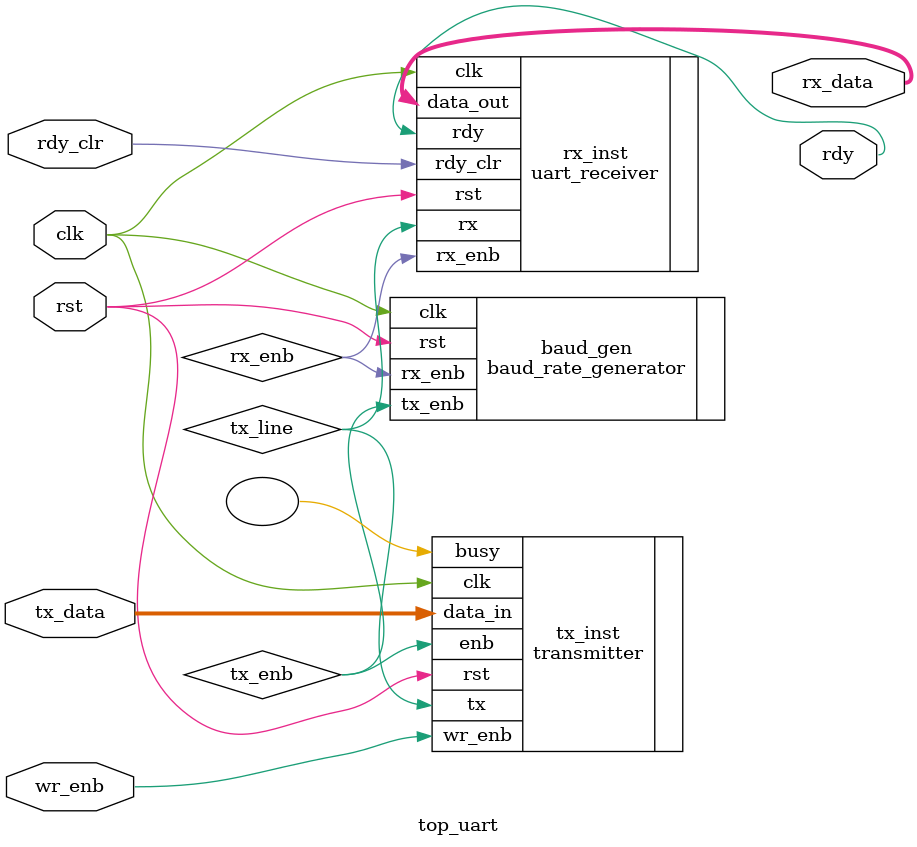
<source format=v>
module top_uart (
    input clk,
    input rst,
    input wr_enb,
    input [7:0] tx_data,
    input rdy_clr,
    output [7:0] rx_data,
    output rdy
);

  wire tx_enb;
  wire rx_enb;
  wire tx_line;

  baud_rate_generator baud_gen (
    .clk(clk),
    .rst(rst),
    .tx_enb(tx_enb),
    .rx_enb(rx_enb)
  );

  transmitter tx_inst (
    .clk(clk),
    .rst(rst),
    .wr_enb(wr_enb),
    .enb(tx_enb),
    .data_in(tx_data),
    .tx(tx_line),
    .busy()
  );

  uart_receiver rx_inst (
    .clk(clk),
    .rst(rst),
    .rx(tx_line),
    .rx_enb(rx_enb),
    .rdy_clr(rdy_clr),
    .rdy(rdy),
    .data_out(rx_data)
  );

endmodule

</source>
